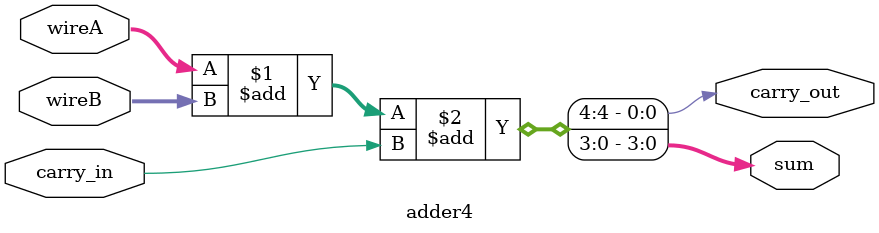
<source format=v>
module adder4 (sum, carry_out, wireA, wireB, carry_in);
   input [3:0] wireA;
   input [3:0] wireB;
   input carry_in;
   output [3:0] sum;
   output carry_out;

   assign {carry_out, sum} = wireA + wireB + carry_in;
endmodule
</source>
